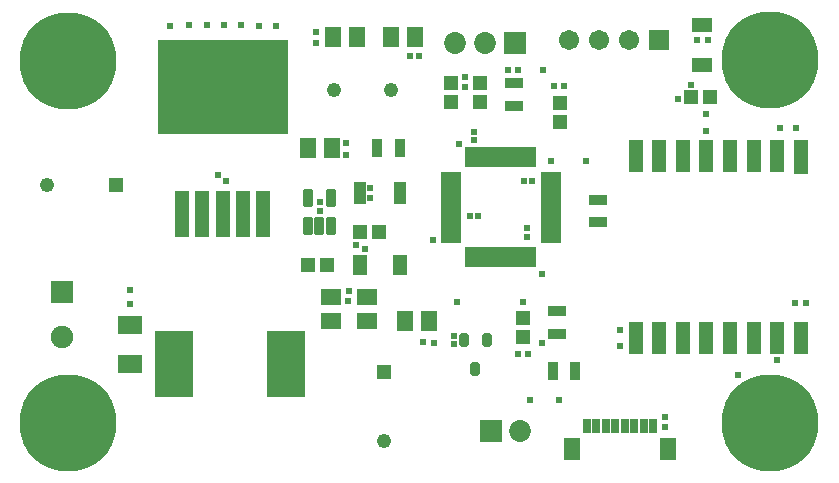
<source format=gts>
G04*
G04 #@! TF.GenerationSoftware,Altium Limited,Altium Designer,18.0.7 (293)*
G04*
G04 Layer_Color=8388736*
%FSLAX25Y25*%
%MOIN*%
G70*
G01*
G75*
%ADD37R,0.05131X0.11036*%
%ADD38R,0.05131X0.11824*%
%ADD39R,0.03556X0.05918*%
%ADD40R,0.05918X0.03556*%
%ADD41R,0.04540X0.04737*%
%ADD42R,0.05800X0.07100*%
%ADD43R,0.04737X0.04540*%
%ADD44R,0.07099X0.05131*%
%ADD45R,0.04698X0.15721*%
%ADD46R,0.43477X0.31824*%
G04:AMPARAMS|DCode=47|XSize=31.62mil|YSize=61.15mil|CornerRadius=5.77mil|HoleSize=0mil|Usage=FLASHONLY|Rotation=0.000|XOffset=0mil|YOffset=0mil|HoleType=Round|Shape=RoundedRectangle|*
%AMROUNDEDRECTD47*
21,1,0.03162,0.04961,0,0,0.0*
21,1,0.02008,0.06115,0,0,0.0*
1,1,0.01154,0.01004,-0.02480*
1,1,0.01154,-0.01004,-0.02480*
1,1,0.01154,-0.01004,0.02480*
1,1,0.01154,0.01004,0.02480*
%
%ADD47ROUNDEDRECTD47*%
G04:AMPARAMS|DCode=48|XSize=31.62mil|YSize=47.37mil|CornerRadius=9.91mil|HoleSize=0mil|Usage=FLASHONLY|Rotation=0.000|XOffset=0mil|YOffset=0mil|HoleType=Round|Shape=RoundedRectangle|*
%AMROUNDEDRECTD48*
21,1,0.03162,0.02756,0,0,0.0*
21,1,0.01181,0.04737,0,0,0.0*
1,1,0.01981,0.00591,-0.01378*
1,1,0.01981,-0.00591,-0.01378*
1,1,0.01981,-0.00591,0.01378*
1,1,0.01981,0.00591,0.01378*
%
%ADD48ROUNDEDRECTD48*%
%ADD49R,0.03950X0.07493*%
%ADD50R,0.01981X0.06607*%
%ADD51R,0.06607X0.01981*%
%ADD52R,0.05131X0.07099*%
%ADD53R,0.07100X0.05800*%
%ADD54R,0.08280X0.06312*%
%ADD55R,0.05524X0.07493*%
%ADD56R,0.02769X0.04737*%
%ADD57R,0.12611X0.22453*%
%ADD58R,0.07296X0.07296*%
%ADD59C,0.07296*%
%ADD60C,0.04769*%
%ADD61R,0.04769X0.04769*%
%ADD62R,0.04769X0.04769*%
%ADD63C,0.06706*%
%ADD64R,0.06706X0.06706*%
%ADD65C,0.32296*%
%ADD66C,0.04855*%
%ADD67C,0.07493*%
%ADD68R,0.07493X0.07493*%
%ADD69C,0.02375*%
D37*
X262677Y46575D02*
D03*
X254803D02*
D03*
X246929D02*
D03*
X239055D02*
D03*
X231181D02*
D03*
X223307D02*
D03*
X215433D02*
D03*
X207559D02*
D03*
Y107205D02*
D03*
X215433D02*
D03*
X223307D02*
D03*
X231181D02*
D03*
X239055D02*
D03*
X246929D02*
D03*
X254803D02*
D03*
D38*
X262677Y106811D02*
D03*
D39*
X179882Y35512D02*
D03*
X187362D02*
D03*
X128937Y109843D02*
D03*
X121457D02*
D03*
D40*
X194921Y92638D02*
D03*
Y85158D02*
D03*
X181417Y48031D02*
D03*
Y55512D02*
D03*
X167008Y131457D02*
D03*
Y123976D02*
D03*
D41*
X182520Y124764D02*
D03*
Y118465D02*
D03*
X155669Y131535D02*
D03*
Y125236D02*
D03*
X145905Y131535D02*
D03*
Y125236D02*
D03*
X170000Y53268D02*
D03*
Y46968D02*
D03*
D42*
X114630Y146850D02*
D03*
X106630Y146850D02*
D03*
X126118Y147047D02*
D03*
X134118Y147047D02*
D03*
X138646Y52362D02*
D03*
X130646Y52362D02*
D03*
X98362Y109843D02*
D03*
X106362Y109843D02*
D03*
D43*
X232441Y126929D02*
D03*
X226142D02*
D03*
X115748Y81890D02*
D03*
X122047D02*
D03*
X98425Y70787D02*
D03*
X104724D02*
D03*
D44*
X229685Y137598D02*
D03*
Y150984D02*
D03*
D45*
X56496Y87795D02*
D03*
X63189D02*
D03*
X69882D02*
D03*
X76575D02*
D03*
X83268D02*
D03*
D46*
X69882Y130118D02*
D03*
D47*
X98425Y84075D02*
D03*
X102165D02*
D03*
X105905D02*
D03*
Y93405D02*
D03*
X98425D02*
D03*
D48*
X157874Y45866D02*
D03*
X150394D02*
D03*
X154134Y36417D02*
D03*
D49*
X129134Y94882D02*
D03*
X115748D02*
D03*
D50*
X151772Y106843D02*
D03*
X153740D02*
D03*
X155709D02*
D03*
X157677D02*
D03*
X159646D02*
D03*
X161614D02*
D03*
X163583D02*
D03*
X165551D02*
D03*
X167520D02*
D03*
X169488D02*
D03*
X171457D02*
D03*
X173425D02*
D03*
Y73472D02*
D03*
X171457D02*
D03*
X169488D02*
D03*
X167520D02*
D03*
X165551D02*
D03*
X163583D02*
D03*
X161614D02*
D03*
X159646D02*
D03*
X157677D02*
D03*
X155709D02*
D03*
X153740D02*
D03*
X151772D02*
D03*
D51*
X179283Y100984D02*
D03*
Y99016D02*
D03*
Y97047D02*
D03*
Y95079D02*
D03*
Y93110D02*
D03*
Y91142D02*
D03*
Y89173D02*
D03*
Y87205D02*
D03*
Y85236D02*
D03*
Y83268D02*
D03*
Y81299D02*
D03*
Y79331D02*
D03*
X145913D02*
D03*
Y81299D02*
D03*
Y83268D02*
D03*
Y85236D02*
D03*
Y87205D02*
D03*
Y89173D02*
D03*
Y91142D02*
D03*
Y93110D02*
D03*
Y95079D02*
D03*
Y97047D02*
D03*
Y99016D02*
D03*
Y100984D02*
D03*
D52*
X115748Y70866D02*
D03*
X129134D02*
D03*
D53*
X105905Y52299D02*
D03*
X105905Y60299D02*
D03*
X118110Y60299D02*
D03*
X118110Y52299D02*
D03*
D54*
X38976Y50984D02*
D03*
Y37992D02*
D03*
D55*
X218504Y9646D02*
D03*
X186221D02*
D03*
D56*
X213386Y17323D02*
D03*
X210236D02*
D03*
X207087D02*
D03*
X203937D02*
D03*
X200787D02*
D03*
X197638D02*
D03*
X194488D02*
D03*
X191339D02*
D03*
D57*
X90945Y37992D02*
D03*
X53543D02*
D03*
D58*
X167480Y144882D02*
D03*
X159252Y15748D02*
D03*
D59*
X157480Y144882D02*
D03*
X147480D02*
D03*
X169095Y15748D02*
D03*
D60*
X11500Y97520D02*
D03*
X123622Y12122D02*
D03*
D61*
X34500Y97520D02*
D03*
D62*
X123622Y35122D02*
D03*
D63*
X185472Y145866D02*
D03*
X195472D02*
D03*
X205472D02*
D03*
D64*
X215472D02*
D03*
D65*
X252362Y18307D02*
D03*
X18500Y139020D02*
D03*
Y18232D02*
D03*
X252480Y139173D02*
D03*
D66*
X126181Y129331D02*
D03*
X106968D02*
D03*
D67*
X16500Y47020D02*
D03*
D68*
Y62020D02*
D03*
D69*
X171535Y41181D02*
D03*
X168425Y41260D02*
D03*
X190984Y105591D02*
D03*
X179291D02*
D03*
X231181Y115709D02*
D03*
X217362Y16772D02*
D03*
Y20157D02*
D03*
X173189Y98976D02*
D03*
X170276Y99016D02*
D03*
X171496Y80158D02*
D03*
X171457Y83110D02*
D03*
X155079Y87283D02*
D03*
X152244Y87244D02*
D03*
X153740Y112480D02*
D03*
X153701Y115394D02*
D03*
X226102Y130945D02*
D03*
X221693Y126339D02*
D03*
X227913Y145945D02*
D03*
X231653Y146024D02*
D03*
X183858Y130551D02*
D03*
X180354Y130630D02*
D03*
X168465Y135787D02*
D03*
X165079D02*
D03*
X135394Y140669D02*
D03*
X132205Y140709D02*
D03*
X101024Y144882D02*
D03*
Y148740D02*
D03*
X102205Y88976D02*
D03*
Y91811D02*
D03*
X119016Y93150D02*
D03*
X118976Y96614D02*
D03*
X111102Y107677D02*
D03*
X111063Y111693D02*
D03*
X150669Y130315D02*
D03*
Y133622D02*
D03*
X176535Y135827D02*
D03*
X39094Y57874D02*
D03*
X39173Y62441D02*
D03*
X202362Y43937D02*
D03*
X202441Y49331D02*
D03*
X264488Y58228D02*
D03*
X260630Y58268D02*
D03*
X261024Y116614D02*
D03*
X255669Y116654D02*
D03*
X117244Y76260D02*
D03*
X114409Y77598D02*
D03*
X111850Y58819D02*
D03*
X111890Y62244D02*
D03*
X140512Y45079D02*
D03*
X136772Y45118D02*
D03*
X176457Y44842D02*
D03*
X147126Y44528D02*
D03*
Y47323D02*
D03*
X241535Y34409D02*
D03*
X254842Y39409D02*
D03*
X87559Y150709D02*
D03*
X82047Y150748D02*
D03*
X76181Y150827D02*
D03*
X70197D02*
D03*
X64803D02*
D03*
X58583D02*
D03*
X52244Y150748D02*
D03*
X70866Y98858D02*
D03*
X68268Y101024D02*
D03*
X170000Y58740D02*
D03*
X148071D02*
D03*
X182126Y25827D02*
D03*
X172480D02*
D03*
X176457Y67756D02*
D03*
X231181Y121181D02*
D03*
X140039Y79331D02*
D03*
X148583Y111260D02*
D03*
M02*

</source>
